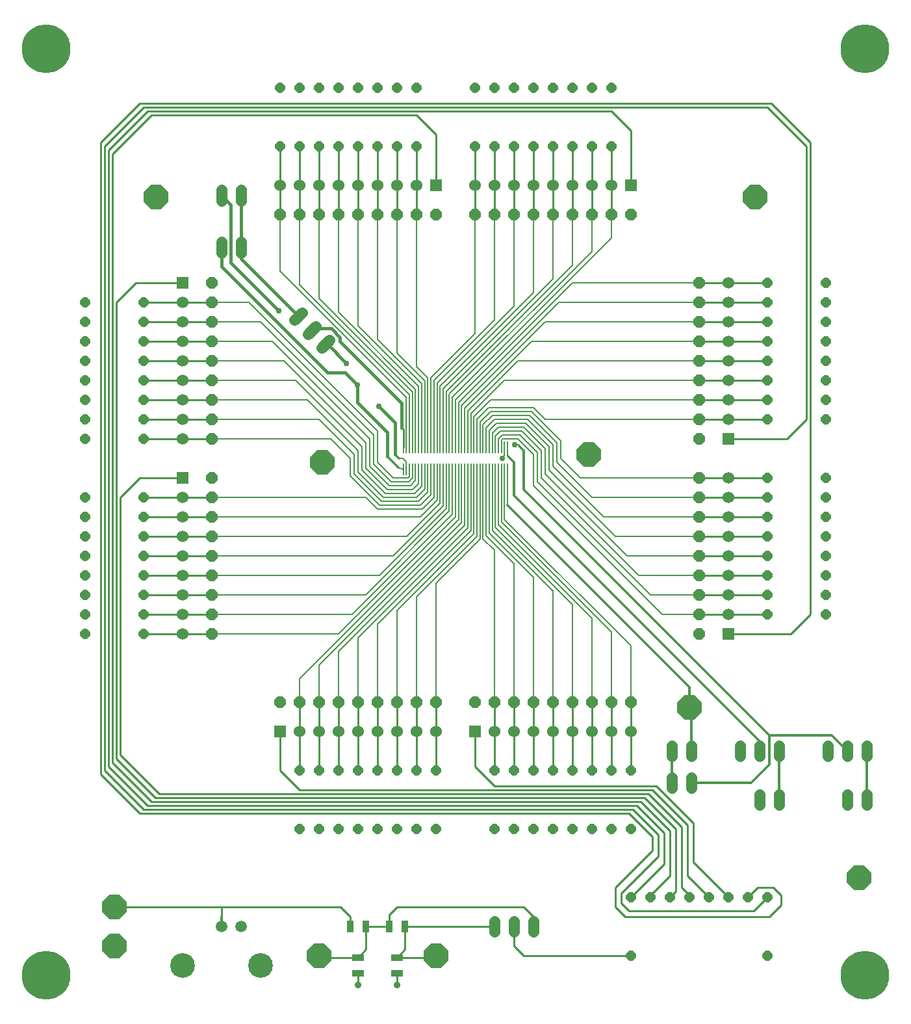
<source format=gtl>
G75*
%MOIN*%
%OFA0B0*%
%FSLAX25Y25*%
%IPPOS*%
%LPD*%
%AMOC8*
5,1,8,0,0,1.08239X$1,22.5*
%
%ADD10C,0.12661*%
%ADD11C,0.05937*%
%ADD12R,0.06000X0.06000*%
%ADD13C,0.06000*%
%ADD14C,0.05600*%
%ADD15R,0.03800X0.06000*%
%ADD16R,0.06000X0.03800*%
%ADD17OC8,0.05150*%
%ADD18OC8,0.06000*%
%ADD19OC8,0.12400*%
%ADD20C,0.25000*%
%ADD21R,0.00787X0.06457*%
%ADD22C,0.03562*%
%ADD23C,0.01000*%
%ADD24C,0.01200*%
%ADD25C,0.00700*%
%ADD26C,0.02972*%
%ADD27C,0.00600*%
%ADD28C,0.01600*%
D10*
X0261500Y0141500D03*
X0301500Y0141500D03*
D11*
X0291500Y0161500D03*
X0281500Y0161500D03*
D12*
X0311500Y0261500D03*
X0411500Y0261500D03*
X0541500Y0311500D03*
X0541500Y0411500D03*
X0491500Y0541500D03*
X0391500Y0541500D03*
X0261500Y0491500D03*
X0261500Y0391500D03*
D13*
X0261500Y0381500D03*
X0261500Y0371500D03*
X0261500Y0361500D03*
X0261500Y0351500D03*
X0261500Y0341500D03*
X0261500Y0331500D03*
X0261500Y0321500D03*
X0261500Y0311500D03*
X0321500Y0261500D03*
X0331500Y0261500D03*
X0341500Y0261500D03*
X0351500Y0261500D03*
X0361500Y0261500D03*
X0371500Y0261500D03*
X0381500Y0261500D03*
X0391500Y0261500D03*
X0421500Y0261500D03*
X0431500Y0261500D03*
X0441500Y0261500D03*
X0451500Y0261500D03*
X0461500Y0261500D03*
X0471500Y0261500D03*
X0481500Y0261500D03*
X0491500Y0261500D03*
X0541500Y0321500D03*
X0541500Y0331500D03*
X0541500Y0341500D03*
X0541500Y0351500D03*
X0541500Y0361500D03*
X0541500Y0371500D03*
X0541500Y0381500D03*
X0541500Y0391500D03*
X0541500Y0421500D03*
X0541500Y0431500D03*
X0541500Y0441500D03*
X0541500Y0451500D03*
X0541500Y0461500D03*
X0541500Y0471500D03*
X0541500Y0481500D03*
X0541500Y0491500D03*
X0481500Y0541500D03*
X0471500Y0541500D03*
X0461500Y0541500D03*
X0451500Y0541500D03*
X0441500Y0541500D03*
X0431500Y0541500D03*
X0421500Y0541500D03*
X0411500Y0541500D03*
X0381500Y0541500D03*
X0371500Y0541500D03*
X0361500Y0541500D03*
X0351500Y0541500D03*
X0341500Y0541500D03*
X0331500Y0541500D03*
X0321500Y0541500D03*
X0311500Y0541500D03*
X0261500Y0481500D03*
X0261500Y0471500D03*
X0261500Y0461500D03*
X0261500Y0451500D03*
X0261500Y0441500D03*
X0261500Y0431500D03*
X0261500Y0421500D03*
X0261500Y0411500D03*
D14*
X0318811Y0472355D02*
X0322771Y0476315D01*
X0329842Y0469243D02*
X0325883Y0465284D01*
X0332954Y0458213D02*
X0336913Y0462172D01*
X0291421Y0506968D02*
X0291421Y0512568D01*
X0281421Y0512568D02*
X0281421Y0506968D01*
X0281421Y0533543D02*
X0281421Y0539143D01*
X0291421Y0539143D02*
X0291421Y0533543D01*
X0512500Y0254300D02*
X0512500Y0248700D01*
X0512563Y0237961D02*
X0512563Y0232361D01*
X0522563Y0232361D02*
X0522563Y0237961D01*
X0522500Y0248700D02*
X0522500Y0254300D01*
X0547500Y0254300D02*
X0547500Y0248700D01*
X0557500Y0248700D02*
X0557500Y0254300D01*
X0567500Y0254300D02*
X0567500Y0248700D01*
X0567500Y0229300D02*
X0567500Y0223700D01*
X0557500Y0223700D02*
X0557500Y0229300D01*
X0592500Y0248700D02*
X0592500Y0254300D01*
X0602500Y0254300D02*
X0602500Y0248700D01*
X0612500Y0248700D02*
X0612500Y0254300D01*
X0612500Y0229300D02*
X0612500Y0223700D01*
X0602500Y0223700D02*
X0602500Y0229300D01*
X0441500Y0164300D02*
X0441500Y0158700D01*
X0431500Y0158700D02*
X0431500Y0164300D01*
X0421500Y0164300D02*
X0421500Y0158700D01*
D15*
X0375600Y0161500D03*
X0367400Y0161500D03*
X0355600Y0161500D03*
X0347400Y0161500D03*
D16*
X0351500Y0145600D03*
X0351500Y0137400D03*
X0371500Y0137400D03*
X0371500Y0145600D03*
D17*
X0371500Y0211500D03*
X0361500Y0211500D03*
X0351500Y0211500D03*
X0341500Y0211500D03*
X0331500Y0211500D03*
X0321500Y0211500D03*
X0321500Y0241500D03*
X0331500Y0241500D03*
X0341500Y0241500D03*
X0351500Y0241500D03*
X0361500Y0241500D03*
X0371500Y0241500D03*
X0381500Y0241500D03*
X0391500Y0241500D03*
X0391500Y0211500D03*
X0381500Y0211500D03*
X0421500Y0211500D03*
X0431500Y0211500D03*
X0441500Y0211500D03*
X0451500Y0211500D03*
X0461500Y0211500D03*
X0471500Y0211500D03*
X0481500Y0211500D03*
X0491500Y0211500D03*
X0491500Y0241500D03*
X0481500Y0241500D03*
X0471500Y0241500D03*
X0461500Y0241500D03*
X0451500Y0241500D03*
X0441500Y0241500D03*
X0431500Y0241500D03*
X0421500Y0241500D03*
X0491500Y0176500D03*
X0501500Y0176500D03*
X0511500Y0176500D03*
X0521500Y0176500D03*
X0531500Y0176500D03*
X0541500Y0176500D03*
X0551500Y0176500D03*
X0561500Y0176500D03*
X0561500Y0146500D03*
X0491500Y0146500D03*
X0561500Y0321500D03*
X0561500Y0331500D03*
X0561500Y0341500D03*
X0561500Y0351500D03*
X0561500Y0361500D03*
X0561500Y0371500D03*
X0561500Y0381500D03*
X0561500Y0391500D03*
X0561500Y0421500D03*
X0561500Y0431500D03*
X0561500Y0441500D03*
X0561500Y0451500D03*
X0561500Y0461500D03*
X0561500Y0471500D03*
X0561500Y0481500D03*
X0561500Y0491500D03*
X0591500Y0491500D03*
X0591500Y0481500D03*
X0591500Y0471500D03*
X0591500Y0461500D03*
X0591500Y0451500D03*
X0591500Y0441500D03*
X0591500Y0431500D03*
X0591500Y0421500D03*
X0591500Y0391500D03*
X0591500Y0381500D03*
X0591500Y0371500D03*
X0591500Y0361500D03*
X0591500Y0351500D03*
X0591500Y0341500D03*
X0591500Y0331500D03*
X0591500Y0321500D03*
X0481500Y0561500D03*
X0471500Y0561500D03*
X0461500Y0561500D03*
X0451500Y0561500D03*
X0441500Y0561500D03*
X0431500Y0561500D03*
X0421500Y0561500D03*
X0411500Y0561500D03*
X0411500Y0591500D03*
X0421500Y0591500D03*
X0431500Y0591500D03*
X0441500Y0591500D03*
X0451500Y0591500D03*
X0461500Y0591500D03*
X0471500Y0591500D03*
X0481500Y0591500D03*
X0381500Y0591500D03*
X0371500Y0591500D03*
X0361500Y0591500D03*
X0351500Y0591500D03*
X0341500Y0591500D03*
X0331500Y0591500D03*
X0321500Y0591500D03*
X0311500Y0591500D03*
X0311500Y0561500D03*
X0321500Y0561500D03*
X0331500Y0561500D03*
X0341500Y0561500D03*
X0351500Y0561500D03*
X0361500Y0561500D03*
X0371500Y0561500D03*
X0381500Y0561500D03*
X0241500Y0481500D03*
X0241500Y0471500D03*
X0241500Y0461500D03*
X0241500Y0451500D03*
X0241500Y0441500D03*
X0241500Y0431500D03*
X0241500Y0421500D03*
X0241500Y0411500D03*
X0241500Y0381500D03*
X0241500Y0371500D03*
X0241500Y0361500D03*
X0241500Y0351500D03*
X0241500Y0341500D03*
X0241500Y0331500D03*
X0241500Y0321500D03*
X0241500Y0311500D03*
X0211500Y0311500D03*
X0211500Y0321500D03*
X0211500Y0331500D03*
X0211500Y0341500D03*
X0211500Y0351500D03*
X0211500Y0361500D03*
X0211500Y0371500D03*
X0211500Y0381500D03*
X0211500Y0411500D03*
X0211500Y0421500D03*
X0211500Y0431500D03*
X0211500Y0441500D03*
X0211500Y0451500D03*
X0211500Y0461500D03*
X0211500Y0471500D03*
X0211500Y0481500D03*
D18*
X0276500Y0481500D03*
X0276500Y0471500D03*
X0276500Y0461500D03*
X0276500Y0451500D03*
X0276500Y0441500D03*
X0276500Y0431500D03*
X0276500Y0421500D03*
X0276500Y0411500D03*
X0276500Y0391500D03*
X0276500Y0381500D03*
X0276500Y0371500D03*
X0276500Y0361500D03*
X0276500Y0351500D03*
X0276500Y0341500D03*
X0276500Y0331500D03*
X0276500Y0321500D03*
X0276500Y0311500D03*
X0311500Y0276500D03*
X0321500Y0276500D03*
X0331500Y0276500D03*
X0341500Y0276500D03*
X0351500Y0276500D03*
X0361500Y0276500D03*
X0371500Y0276500D03*
X0381500Y0276500D03*
X0391500Y0276500D03*
X0411500Y0276500D03*
X0421500Y0276500D03*
X0431500Y0276500D03*
X0441500Y0276500D03*
X0451500Y0276500D03*
X0461500Y0276500D03*
X0471500Y0276500D03*
X0481500Y0276500D03*
X0491500Y0276500D03*
X0526500Y0311500D03*
X0526500Y0321500D03*
X0526500Y0331500D03*
X0526500Y0341500D03*
X0526500Y0351500D03*
X0526500Y0361500D03*
X0526500Y0371500D03*
X0526500Y0381500D03*
X0526500Y0391500D03*
X0526500Y0411500D03*
X0526500Y0421500D03*
X0526500Y0431500D03*
X0526500Y0441500D03*
X0526500Y0451500D03*
X0526500Y0461500D03*
X0526500Y0471500D03*
X0526500Y0481500D03*
X0526500Y0491500D03*
X0491500Y0526500D03*
X0481500Y0526500D03*
X0471500Y0526500D03*
X0461500Y0526500D03*
X0451500Y0526500D03*
X0441500Y0526500D03*
X0431500Y0526500D03*
X0421500Y0526500D03*
X0411500Y0526500D03*
X0391500Y0526500D03*
X0381500Y0526500D03*
X0371500Y0526500D03*
X0361500Y0526500D03*
X0351500Y0526500D03*
X0341500Y0526500D03*
X0331500Y0526500D03*
X0321500Y0526500D03*
X0311500Y0526500D03*
X0276500Y0491500D03*
D19*
X0247957Y0535358D03*
X0333059Y0399531D03*
X0469941Y0403469D03*
X0521547Y0273744D03*
X0608500Y0186500D03*
X0391500Y0146500D03*
X0331500Y0146500D03*
X0226500Y0151500D03*
X0226500Y0171500D03*
X0555043Y0535358D03*
D20*
X0191500Y0136500D03*
X0611500Y0136500D03*
X0611500Y0611500D03*
X0191500Y0611500D03*
D21*
X0374728Y0407091D03*
X0376303Y0407091D03*
X0377878Y0407091D03*
X0379453Y0407091D03*
X0381028Y0407091D03*
X0382602Y0407091D03*
X0384177Y0407091D03*
X0385752Y0407091D03*
X0387327Y0407091D03*
X0388902Y0407091D03*
X0390476Y0407091D03*
X0392051Y0407091D03*
X0393626Y0407091D03*
X0395201Y0407091D03*
X0396776Y0407091D03*
X0398350Y0407091D03*
X0399925Y0407091D03*
X0401500Y0407091D03*
X0403075Y0407091D03*
X0404650Y0407091D03*
X0406224Y0407091D03*
X0407799Y0407091D03*
X0409374Y0407091D03*
X0410949Y0407091D03*
X0412524Y0407091D03*
X0414098Y0407091D03*
X0415673Y0407091D03*
X0417248Y0407091D03*
X0418823Y0407091D03*
X0420398Y0407091D03*
X0421972Y0407091D03*
X0423547Y0407091D03*
X0425122Y0407091D03*
X0426697Y0407091D03*
X0428272Y0407091D03*
X0428272Y0395909D03*
X0426697Y0395909D03*
X0425122Y0395909D03*
X0423547Y0395909D03*
X0421972Y0395909D03*
X0420398Y0395909D03*
X0418823Y0395909D03*
X0417248Y0395909D03*
X0415673Y0395909D03*
X0414098Y0395909D03*
X0412524Y0395909D03*
X0410949Y0395909D03*
X0409374Y0395909D03*
X0407799Y0395909D03*
X0406224Y0395909D03*
X0404650Y0395909D03*
X0403075Y0395909D03*
X0401500Y0395909D03*
X0399925Y0395909D03*
X0398350Y0395909D03*
X0396776Y0395909D03*
X0395201Y0395909D03*
X0393626Y0395909D03*
X0392051Y0395909D03*
X0390476Y0395909D03*
X0388902Y0395909D03*
X0387327Y0395909D03*
X0385752Y0395909D03*
X0384177Y0395909D03*
X0382602Y0395909D03*
X0381028Y0395909D03*
X0379453Y0395909D03*
X0377878Y0395909D03*
X0376303Y0395909D03*
X0374728Y0395909D03*
D22*
X0371500Y0131500D03*
X0351500Y0131500D03*
D23*
X0351500Y0137400D01*
X0351500Y0145600D02*
X0332400Y0145600D01*
X0351500Y0145600D02*
X0355600Y0149700D01*
X0355600Y0161500D01*
X0367400Y0161500D01*
X0367400Y0167400D01*
X0371500Y0171500D01*
X0436500Y0171500D01*
X0441500Y0166500D01*
X0431500Y0161500D02*
X0431500Y0151500D01*
X0435500Y0147500D01*
X0436500Y0146500D01*
X0491500Y0146500D01*
X0488500Y0166500D02*
X0483500Y0171500D01*
X0483500Y0181500D01*
X0502500Y0200500D01*
X0502500Y0207500D01*
X0490500Y0219500D01*
X0239500Y0219500D01*
X0219500Y0239500D01*
X0219500Y0563500D01*
X0239500Y0583500D01*
X0563500Y0583500D01*
X0583500Y0563500D01*
X0583500Y0321500D01*
X0573500Y0311500D01*
X0541500Y0311500D01*
X0541500Y0321500D02*
X0526500Y0321500D01*
X0526500Y0331500D02*
X0541500Y0331500D01*
X0561500Y0331500D01*
X0561500Y0321500D02*
X0541500Y0321500D01*
X0541500Y0341500D02*
X0526500Y0341500D01*
X0526500Y0351500D02*
X0541500Y0351500D01*
X0561500Y0351500D01*
X0561500Y0341500D02*
X0541500Y0341500D01*
X0541500Y0361500D02*
X0526500Y0361500D01*
X0526500Y0371500D02*
X0541500Y0371500D01*
X0561500Y0371500D01*
X0561500Y0361500D02*
X0541500Y0361500D01*
X0541500Y0381500D02*
X0526500Y0381500D01*
X0526500Y0391500D02*
X0541500Y0391500D01*
X0561500Y0391500D01*
X0561500Y0381500D02*
X0541500Y0381500D01*
X0541500Y0411500D02*
X0571500Y0411500D01*
X0581500Y0421500D01*
X0581500Y0561500D01*
X0561500Y0581500D01*
X0241500Y0581500D01*
X0221500Y0561500D01*
X0221500Y0241500D01*
X0241500Y0221500D01*
X0492500Y0221500D01*
X0505500Y0208500D01*
X0505500Y0197500D01*
X0486500Y0178500D01*
X0486500Y0173500D01*
X0490500Y0169500D01*
X0554500Y0169500D01*
X0561500Y0176500D01*
X0564500Y0181500D02*
X0556500Y0181500D01*
X0551500Y0176500D01*
X0541500Y0176500D02*
X0523500Y0194500D01*
X0523500Y0214500D01*
X0504500Y0233500D01*
X0500500Y0233500D01*
X0504500Y0233500D01*
X0502500Y0231500D02*
X0520500Y0213500D01*
X0520500Y0187500D01*
X0531500Y0176500D01*
X0521500Y0176500D02*
X0521500Y0177500D01*
X0517500Y0181500D01*
X0517500Y0212500D01*
X0500500Y0229500D01*
X0249500Y0229500D01*
X0229500Y0249500D01*
X0229500Y0381500D01*
X0239500Y0391500D01*
X0261500Y0391500D01*
X0261500Y0381500D02*
X0241500Y0381500D01*
X0241500Y0371500D02*
X0261500Y0371500D01*
X0276500Y0371500D01*
X0276500Y0361500D02*
X0274500Y0361500D01*
X0261500Y0361500D01*
X0241500Y0361500D01*
X0241500Y0351500D02*
X0261500Y0351500D01*
X0275500Y0351500D01*
X0276500Y0351500D01*
X0276500Y0341500D02*
X0275500Y0341500D01*
X0261500Y0341500D01*
X0241500Y0341500D01*
X0241500Y0331500D02*
X0261500Y0331500D01*
X0276500Y0331500D01*
X0276500Y0321500D02*
X0261500Y0321500D01*
X0241500Y0321500D01*
X0241500Y0311500D02*
X0261500Y0311500D01*
X0275500Y0311500D01*
X0276500Y0311500D01*
X0321500Y0276500D02*
X0321500Y0275500D01*
X0321500Y0261500D01*
X0321500Y0241500D01*
X0331500Y0241500D02*
X0331500Y0261500D01*
X0331500Y0274500D01*
X0331500Y0276500D01*
X0341500Y0276500D02*
X0341500Y0275500D01*
X0341500Y0261500D01*
X0341500Y0241500D01*
X0351500Y0241500D02*
X0351500Y0261500D01*
X0351500Y0276500D01*
X0361500Y0276500D02*
X0361500Y0261500D01*
X0361500Y0241500D01*
X0371500Y0241500D02*
X0371500Y0261500D01*
X0371500Y0276500D01*
X0381500Y0276500D02*
X0381500Y0275500D01*
X0381500Y0261500D01*
X0381500Y0241500D01*
X0391500Y0241500D02*
X0391500Y0261500D01*
X0391500Y0275500D01*
X0391500Y0276500D01*
X0411500Y0261500D02*
X0411500Y0243500D01*
X0421500Y0233500D01*
X0500500Y0233500D01*
X0502500Y0231500D02*
X0321500Y0231500D01*
X0311500Y0241500D01*
X0311500Y0261500D01*
X0247500Y0227500D02*
X0227500Y0247500D01*
X0227500Y0481500D01*
X0237500Y0491500D01*
X0261500Y0491500D01*
X0261500Y0481500D02*
X0241500Y0481500D01*
X0241500Y0471500D02*
X0261500Y0471500D01*
X0276500Y0471500D01*
X0276500Y0461500D02*
X0261500Y0461500D01*
X0241500Y0461500D01*
X0241500Y0451500D02*
X0261500Y0451500D01*
X0276500Y0451500D01*
X0276500Y0441500D02*
X0261500Y0441500D01*
X0241500Y0441500D01*
X0241500Y0431500D02*
X0261500Y0431500D01*
X0276500Y0431500D01*
X0276500Y0421500D02*
X0261500Y0421500D01*
X0241500Y0421500D01*
X0241500Y0411500D02*
X0261500Y0411500D01*
X0276500Y0411500D01*
X0276500Y0381500D02*
X0261500Y0381500D01*
X0261500Y0481500D02*
X0276500Y0481500D01*
X0291421Y0505673D02*
X0291421Y0509768D01*
X0311500Y0526500D02*
X0311500Y0541500D01*
X0311500Y0561500D01*
X0321500Y0561500D02*
X0321500Y0541500D01*
X0321500Y0526500D01*
X0331500Y0526500D02*
X0331500Y0541500D01*
X0331500Y0561500D01*
X0341500Y0561500D02*
X0341500Y0541500D01*
X0341500Y0526500D01*
X0351500Y0526500D02*
X0351500Y0541500D01*
X0351500Y0561500D01*
X0361500Y0561500D02*
X0361500Y0541500D01*
X0361500Y0526500D01*
X0371500Y0526500D02*
X0371500Y0541500D01*
X0371500Y0561500D01*
X0381500Y0561500D02*
X0381500Y0541500D01*
X0381500Y0526500D01*
X0391500Y0541500D02*
X0391500Y0567500D01*
X0381500Y0577500D01*
X0245500Y0577500D01*
X0225500Y0557500D01*
X0225500Y0245500D01*
X0245500Y0225500D01*
X0496500Y0225500D01*
X0511500Y0210500D01*
X0511500Y0187500D01*
X0501500Y0177500D01*
X0501500Y0176500D01*
X0491500Y0176500D02*
X0508500Y0193500D01*
X0508500Y0209500D01*
X0494500Y0223500D01*
X0243500Y0223500D01*
X0223500Y0243500D01*
X0223500Y0559500D01*
X0243500Y0579500D01*
X0481500Y0579500D01*
X0491500Y0569500D01*
X0491500Y0541500D01*
X0481500Y0541500D02*
X0481500Y0526500D01*
X0471500Y0526500D02*
X0471500Y0541500D01*
X0471500Y0561500D01*
X0461500Y0561500D02*
X0461500Y0541500D01*
X0461500Y0526500D01*
X0451500Y0526500D02*
X0451500Y0541500D01*
X0451500Y0561500D01*
X0441500Y0561500D02*
X0441500Y0541500D01*
X0441500Y0526500D01*
X0431500Y0526500D02*
X0431500Y0541500D01*
X0431500Y0561500D01*
X0421500Y0561500D02*
X0421500Y0541500D01*
X0421500Y0526500D01*
X0411500Y0526500D02*
X0411500Y0541500D01*
X0411500Y0561500D01*
X0481500Y0561500D02*
X0481500Y0541500D01*
X0526500Y0491500D02*
X0541500Y0491500D01*
X0561500Y0491500D01*
X0561500Y0481500D02*
X0541500Y0481500D01*
X0526500Y0481500D01*
X0526500Y0471500D02*
X0541500Y0471500D01*
X0561500Y0471500D01*
X0561500Y0461500D02*
X0541500Y0461500D01*
X0526500Y0461500D01*
X0526500Y0451500D02*
X0541500Y0451500D01*
X0561500Y0451500D01*
X0561500Y0441500D02*
X0541500Y0441500D01*
X0526500Y0441500D01*
X0526500Y0431500D02*
X0541500Y0431500D01*
X0561500Y0431500D01*
X0561500Y0421500D02*
X0541500Y0421500D01*
X0526500Y0421500D01*
X0436500Y0405500D02*
X0433598Y0408402D01*
X0428272Y0402728D02*
X0431500Y0399500D01*
X0374728Y0407091D02*
X0374728Y0416461D01*
X0373941Y0417248D01*
X0421500Y0276500D02*
X0421500Y0261500D01*
X0421500Y0241500D01*
X0431500Y0241500D02*
X0431500Y0261500D01*
X0431500Y0276500D01*
X0441500Y0276500D02*
X0441500Y0261500D01*
X0441500Y0241500D01*
X0451500Y0241500D02*
X0451500Y0261500D01*
X0451500Y0276500D01*
X0461500Y0276500D02*
X0461500Y0261500D01*
X0461500Y0241500D01*
X0471500Y0241500D02*
X0471500Y0261500D01*
X0471500Y0276500D01*
X0481500Y0276500D02*
X0481500Y0261500D01*
X0481500Y0241500D01*
X0491500Y0241500D02*
X0491500Y0261500D01*
X0491500Y0276500D01*
X0498500Y0227500D02*
X0247500Y0227500D01*
X0226500Y0171500D02*
X0281500Y0171500D01*
X0281500Y0161500D01*
X0281500Y0171500D02*
X0342400Y0171500D01*
X0347400Y0166500D01*
X0347400Y0161500D01*
X0375600Y0161500D02*
X0375600Y0149700D01*
X0371500Y0145600D01*
X0390600Y0145600D01*
X0371500Y0137400D02*
X0371500Y0131500D01*
X0375600Y0161500D02*
X0421500Y0161500D01*
X0435500Y0147500D02*
X0436500Y0146500D01*
X0488500Y0166500D02*
X0562500Y0166500D01*
X0568500Y0172500D01*
X0568500Y0177500D01*
X0564500Y0181500D01*
X0514500Y0179500D02*
X0511500Y0176500D01*
X0514500Y0179500D02*
X0514500Y0211500D01*
X0498500Y0227500D01*
D24*
X0512563Y0235161D02*
X0512563Y0251437D01*
X0512500Y0251500D01*
X0522500Y0251500D02*
X0522500Y0272791D01*
X0521547Y0273744D01*
X0521547Y0284224D01*
X0428272Y0377500D01*
X0431500Y0382500D02*
X0557500Y0256500D01*
X0557500Y0251500D01*
X0562500Y0244500D02*
X0553161Y0235161D01*
X0522563Y0235161D01*
X0562500Y0244500D02*
X0562500Y0259500D01*
X0594500Y0259500D01*
X0602500Y0251500D01*
X0612500Y0251500D02*
X0612500Y0226500D01*
X0567500Y0226500D02*
X0567500Y0251500D01*
X0562500Y0259500D02*
X0436500Y0385500D01*
X0436500Y0405500D01*
X0431500Y0399500D02*
X0431500Y0382500D01*
X0372106Y0396894D02*
X0366500Y0402500D01*
X0370500Y0403500D02*
X0372500Y0401500D01*
X0441500Y0166500D02*
X0441500Y0161500D01*
X0391500Y0146500D02*
X0390600Y0145600D01*
X0332400Y0145600D02*
X0331500Y0146500D01*
X0281500Y0161500D02*
X0281500Y0166500D01*
D25*
X0321500Y0275500D02*
X0321500Y0288500D01*
X0403075Y0370075D01*
X0403075Y0395909D01*
X0404650Y0395909D02*
X0404650Y0368650D01*
X0331500Y0295500D01*
X0331500Y0274500D01*
X0341500Y0275500D02*
X0341500Y0302500D01*
X0406224Y0367224D01*
X0406224Y0395909D01*
X0407799Y0395909D02*
X0407799Y0365799D01*
X0351500Y0309500D01*
X0351500Y0276500D01*
X0361500Y0276500D02*
X0361500Y0316500D01*
X0409374Y0364374D01*
X0409374Y0395909D01*
X0410949Y0395909D02*
X0410949Y0362949D01*
X0371500Y0323500D01*
X0371500Y0276500D01*
X0381500Y0275500D02*
X0381500Y0330500D01*
X0412524Y0361524D01*
X0412524Y0395909D01*
X0414098Y0395909D02*
X0414098Y0360098D01*
X0391500Y0337500D01*
X0391500Y0275500D01*
X0421500Y0276500D02*
X0421500Y0354500D01*
X0415673Y0360327D01*
X0415673Y0395909D01*
X0417248Y0395909D02*
X0417248Y0361752D01*
X0431500Y0347500D01*
X0431500Y0276500D01*
X0441500Y0276500D02*
X0441500Y0340500D01*
X0418823Y0363177D01*
X0418823Y0395909D01*
X0420398Y0395909D02*
X0420398Y0364500D01*
X0430398Y0354500D01*
X0451500Y0333398D01*
X0451500Y0276500D01*
X0461500Y0276500D02*
X0461500Y0326500D01*
X0421972Y0366028D01*
X0421972Y0395909D01*
X0423547Y0395909D02*
X0423547Y0367453D01*
X0471500Y0319500D01*
X0471500Y0276500D01*
X0481500Y0276500D02*
X0481500Y0312500D01*
X0425122Y0368878D01*
X0425122Y0395909D01*
X0426697Y0395909D02*
X0426697Y0370303D01*
X0491500Y0305500D01*
X0491500Y0276500D01*
X0507500Y0321500D02*
X0441500Y0387500D01*
X0441500Y0403500D01*
X0433500Y0411500D01*
X0425673Y0411500D01*
X0425122Y0410949D01*
X0425122Y0407091D01*
X0423547Y0407091D02*
X0423547Y0411547D01*
X0425500Y0413500D01*
X0434500Y0413500D01*
X0443500Y0404500D01*
X0443500Y0389500D01*
X0501500Y0331500D01*
X0526500Y0331500D01*
X0526500Y0321500D02*
X0507500Y0321500D01*
X0495500Y0341500D02*
X0445500Y0391500D01*
X0445500Y0405500D01*
X0435500Y0415500D01*
X0424500Y0415500D01*
X0421972Y0412972D01*
X0421972Y0407091D01*
X0420398Y0407091D02*
X0420398Y0414398D01*
X0423500Y0417500D01*
X0436500Y0417500D01*
X0447500Y0406500D01*
X0447500Y0393500D01*
X0489500Y0351500D01*
X0526500Y0351500D01*
X0526500Y0341500D02*
X0495500Y0341500D01*
X0483500Y0361500D02*
X0449500Y0395500D01*
X0449500Y0407500D01*
X0437500Y0419500D01*
X0422500Y0419500D01*
X0418823Y0415823D01*
X0418823Y0407091D01*
X0417248Y0407091D02*
X0417248Y0417248D01*
X0421500Y0421500D01*
X0438500Y0421500D01*
X0451500Y0408500D01*
X0451500Y0397500D01*
X0477500Y0371500D01*
X0526500Y0371500D01*
X0526500Y0361500D02*
X0483500Y0361500D01*
X0471500Y0381500D02*
X0453500Y0399500D01*
X0453500Y0409500D01*
X0439500Y0423500D01*
X0420500Y0423500D01*
X0415673Y0418673D01*
X0415673Y0407091D01*
X0414098Y0407091D02*
X0414098Y0420098D01*
X0419500Y0425500D01*
X0440500Y0425500D01*
X0455500Y0410500D01*
X0455500Y0401500D01*
X0465500Y0391500D01*
X0526500Y0391500D01*
X0526500Y0381500D02*
X0471500Y0381500D01*
X0428272Y0377500D02*
X0428272Y0395909D01*
X0428272Y0402728D02*
X0428272Y0407091D01*
X0426697Y0407091D02*
X0426697Y0409646D01*
X0412524Y0407091D02*
X0412524Y0421524D01*
X0418500Y0427500D01*
X0441500Y0427500D01*
X0447500Y0421500D01*
X0526500Y0421500D01*
X0526500Y0431500D02*
X0419500Y0431500D01*
X0410949Y0422949D01*
X0410949Y0407091D01*
X0409374Y0407091D02*
X0409374Y0424374D01*
X0426500Y0441500D01*
X0526500Y0441500D01*
X0526500Y0451500D02*
X0433500Y0451500D01*
X0407799Y0425799D01*
X0407799Y0407091D01*
X0406224Y0407091D02*
X0406224Y0427224D01*
X0440500Y0461500D01*
X0526500Y0461500D01*
X0526500Y0471500D02*
X0447500Y0471500D01*
X0404650Y0428650D01*
X0404650Y0407091D01*
X0403075Y0407091D02*
X0403075Y0430075D01*
X0454500Y0481500D01*
X0526500Y0481500D01*
X0526500Y0491500D02*
X0461500Y0491500D01*
X0401500Y0431500D01*
X0401500Y0407091D01*
X0399925Y0407091D02*
X0399925Y0432925D01*
X0481500Y0514500D01*
X0481500Y0526500D01*
X0471500Y0526500D02*
X0471500Y0507500D01*
X0398350Y0434350D01*
X0398350Y0407091D01*
X0396776Y0407091D02*
X0396776Y0435776D01*
X0461500Y0500500D01*
X0461500Y0526500D01*
X0451500Y0526500D02*
X0451500Y0493500D01*
X0395201Y0437201D01*
X0395201Y0407091D01*
X0393626Y0407091D02*
X0393626Y0438626D01*
X0441500Y0486500D01*
X0441500Y0526500D01*
X0431500Y0526500D02*
X0431500Y0479500D01*
X0392051Y0440051D01*
X0392051Y0407091D01*
X0390476Y0407091D02*
X0390476Y0441476D01*
X0421500Y0472500D01*
X0421500Y0526500D01*
X0411500Y0526500D02*
X0411500Y0465500D01*
X0388902Y0442902D01*
X0388902Y0407091D01*
X0387327Y0407091D02*
X0387327Y0442673D01*
X0381500Y0448500D01*
X0381500Y0526500D01*
X0371500Y0526500D02*
X0371500Y0455500D01*
X0385752Y0441248D01*
X0385752Y0407091D01*
X0384177Y0407091D02*
X0384177Y0439823D01*
X0361500Y0462500D01*
X0361500Y0526500D01*
X0351500Y0526500D02*
X0351500Y0469602D01*
X0372602Y0448500D01*
X0372500Y0448500D01*
X0372602Y0448500D02*
X0382602Y0438500D01*
X0382602Y0407091D01*
X0381028Y0407091D02*
X0381028Y0436972D01*
X0341500Y0476500D01*
X0341500Y0526500D01*
X0331500Y0526500D02*
X0331500Y0483500D01*
X0379453Y0435547D01*
X0379453Y0407091D01*
X0377878Y0407091D02*
X0377878Y0434122D01*
X0321500Y0490500D01*
X0321500Y0526500D01*
X0311500Y0526500D02*
X0311500Y0497500D01*
X0376303Y0432697D01*
X0376303Y0407091D01*
X0374500Y0401500D02*
X0372500Y0401500D01*
X0374500Y0401500D02*
X0376303Y0399697D01*
X0376303Y0395909D01*
X0374728Y0395909D02*
X0372106Y0396894D01*
X0377878Y0395909D02*
X0377878Y0392051D01*
X0377327Y0391500D01*
X0369500Y0391500D01*
X0361500Y0399500D01*
X0361500Y0415500D01*
X0295500Y0481500D01*
X0276500Y0481500D01*
X0276500Y0471500D02*
X0301500Y0471500D01*
X0359500Y0413500D01*
X0359500Y0398500D01*
X0368500Y0389500D01*
X0377500Y0389500D01*
X0379453Y0391453D01*
X0379453Y0395909D01*
X0381028Y0395909D02*
X0381028Y0390028D01*
X0378500Y0387500D01*
X0367500Y0387500D01*
X0357500Y0397500D01*
X0357500Y0411500D01*
X0307500Y0461500D01*
X0276500Y0461500D01*
X0276500Y0451500D02*
X0313500Y0451500D01*
X0355500Y0409500D01*
X0355500Y0396500D01*
X0366500Y0385500D01*
X0379500Y0385500D01*
X0382602Y0388602D01*
X0382602Y0395909D01*
X0384177Y0395909D02*
X0384177Y0387177D01*
X0380500Y0383500D01*
X0365500Y0383500D01*
X0353500Y0395500D01*
X0353500Y0407500D01*
X0319500Y0441500D01*
X0276500Y0441500D01*
X0276500Y0431500D02*
X0325500Y0431500D01*
X0351500Y0405500D01*
X0351500Y0394500D01*
X0364500Y0381500D01*
X0381500Y0381500D01*
X0385752Y0385752D01*
X0385752Y0395909D01*
X0387327Y0395909D02*
X0387327Y0384327D01*
X0382500Y0379500D01*
X0363500Y0379500D01*
X0349500Y0393500D01*
X0349500Y0403500D01*
X0331500Y0421500D01*
X0276500Y0421500D01*
X0276500Y0411500D02*
X0337500Y0411500D01*
X0347500Y0401500D01*
X0347500Y0392500D01*
X0362500Y0377500D01*
X0383500Y0377500D01*
X0388902Y0382902D01*
X0388902Y0395909D01*
X0390476Y0395909D02*
X0390476Y0381476D01*
X0384500Y0375500D01*
X0361500Y0375500D01*
X0355500Y0381500D01*
X0276500Y0381500D01*
X0276500Y0371500D02*
X0383500Y0371500D01*
X0392051Y0380051D01*
X0392051Y0395909D01*
X0393626Y0395909D02*
X0393626Y0378626D01*
X0376500Y0361500D01*
X0274500Y0361500D01*
X0275500Y0351500D02*
X0369500Y0351500D01*
X0395201Y0377201D01*
X0395201Y0395909D01*
X0396776Y0395909D02*
X0396776Y0375776D01*
X0362500Y0341500D01*
X0275500Y0341500D01*
X0276500Y0331500D02*
X0355500Y0331500D01*
X0398350Y0374350D01*
X0398350Y0395909D01*
X0399925Y0395909D02*
X0399925Y0372925D01*
X0348500Y0321500D01*
X0276500Y0321500D01*
X0275500Y0311500D02*
X0341500Y0311500D01*
X0401500Y0371500D01*
X0401500Y0395909D01*
X0430398Y0354500D02*
X0430500Y0354500D01*
D26*
X0425516Y0401500D03*
X0431815Y0408587D03*
X0362202Y0428147D03*
X0351106Y0439295D03*
X0345594Y0450319D03*
X0310949Y0477287D03*
D27*
X0425516Y0401500D02*
X0426697Y0402681D01*
X0426697Y0407091D01*
X0431815Y0408587D02*
X0433413Y0408587D01*
X0433598Y0408402D01*
D28*
X0373941Y0417248D02*
X0373941Y0429945D01*
X0342346Y0461539D01*
X0342346Y0463409D01*
X0337720Y0468035D01*
X0328634Y0468035D01*
X0327862Y0467264D01*
X0320791Y0474335D02*
X0291421Y0503705D01*
X0291421Y0509768D01*
X0291421Y0536343D01*
X0286343Y0531421D02*
X0281421Y0536343D01*
X0286343Y0531421D02*
X0286343Y0501894D01*
X0310949Y0477287D01*
X0334933Y0460193D02*
X0335721Y0460193D01*
X0345594Y0450319D01*
X0344990Y0445384D02*
X0351078Y0439295D01*
X0351106Y0439295D01*
X0351106Y0430240D01*
X0366500Y0414846D01*
X0366500Y0402500D01*
X0370500Y0403500D02*
X0370500Y0419874D01*
X0362227Y0428147D01*
X0362202Y0428147D01*
X0344990Y0445384D02*
X0335963Y0445384D01*
X0281421Y0499925D01*
X0281421Y0509768D01*
M02*

</source>
